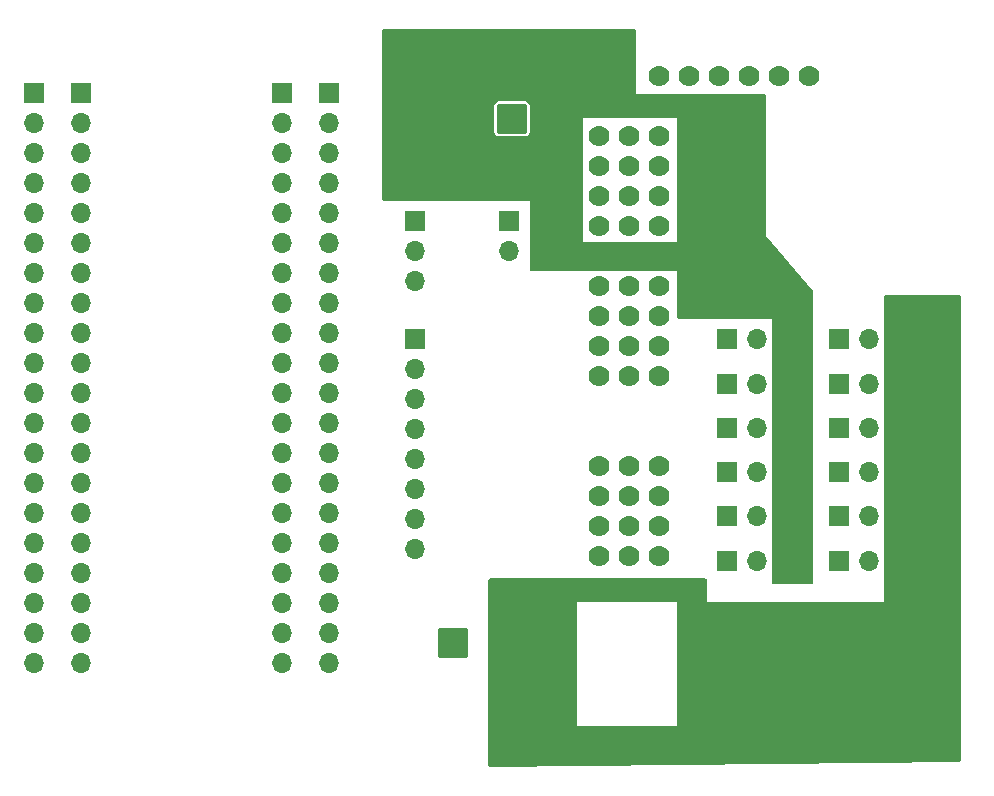
<source format=gbr>
%TF.GenerationSoftware,KiCad,Pcbnew,9.0.0*%
%TF.CreationDate,2025-03-26T16:22:17-04:00*%
%TF.ProjectId,spotmicro17mm,73706f74-6d69-4637-926f-31376d6d2e6b,rev?*%
%TF.SameCoordinates,Original*%
%TF.FileFunction,Copper,L2,Inr*%
%TF.FilePolarity,Positive*%
%FSLAX46Y46*%
G04 Gerber Fmt 4.6, Leading zero omitted, Abs format (unit mm)*
G04 Created by KiCad (PCBNEW 9.0.0) date 2025-03-26 16:22:17*
%MOMM*%
%LPD*%
G01*
G04 APERTURE LIST*
G04 Aperture macros list*
%AMRoundRect*
0 Rectangle with rounded corners*
0 $1 Rounding radius*
0 $2 $3 $4 $5 $6 $7 $8 $9 X,Y pos of 4 corners*
0 Add a 4 corners polygon primitive as box body*
4,1,4,$2,$3,$4,$5,$6,$7,$8,$9,$2,$3,0*
0 Add four circle primitives for the rounded corners*
1,1,$1+$1,$2,$3*
1,1,$1+$1,$4,$5*
1,1,$1+$1,$6,$7*
1,1,$1+$1,$8,$9*
0 Add four rect primitives between the rounded corners*
20,1,$1+$1,$2,$3,$4,$5,0*
20,1,$1+$1,$4,$5,$6,$7,0*
20,1,$1+$1,$6,$7,$8,$9,0*
20,1,$1+$1,$8,$9,$2,$3,0*%
G04 Aperture macros list end*
%TA.AperFunction,ComponentPad*%
%ADD10R,1.700000X1.700000*%
%TD*%
%TA.AperFunction,ComponentPad*%
%ADD11O,1.700000X1.700000*%
%TD*%
%TA.AperFunction,ComponentPad*%
%ADD12RoundRect,0.250000X1.050000X1.050000X-1.050000X1.050000X-1.050000X-1.050000X1.050000X-1.050000X0*%
%TD*%
%TA.AperFunction,ComponentPad*%
%ADD13C,2.600000*%
%TD*%
%TA.AperFunction,ComponentPad*%
%ADD14RoundRect,0.250000X-1.050000X-1.050000X1.050000X-1.050000X1.050000X1.050000X-1.050000X1.050000X0*%
%TD*%
%TA.AperFunction,ComponentPad*%
%ADD15C,1.778000*%
%TD*%
%TA.AperFunction,Conductor*%
%ADD16C,1.700000*%
%TD*%
G04 APERTURE END LIST*
D10*
%TO.N,/PWM-7*%
%TO.C,J9*%
X146170000Y-88000000D03*
D11*
%TO.N,/S2-PWR*%
X148710000Y-88000000D03*
%TO.N,/S2-GND*%
X151250000Y-88000000D03*
%TD*%
D10*
%TO.N,/ESP-32Pin*%
%TO.C,J14*%
X91500000Y-63360000D03*
D11*
X91500000Y-65900000D03*
X91500000Y-68440000D03*
X91500000Y-70980000D03*
X91500000Y-73520000D03*
X91500000Y-76060000D03*
X91500000Y-78600000D03*
X91500000Y-81140000D03*
X91500000Y-83680000D03*
X91500000Y-86220000D03*
X91500000Y-88760000D03*
X91500000Y-91300000D03*
X91500000Y-93840000D03*
X91500000Y-96380000D03*
X91500000Y-98920000D03*
X91500000Y-101460000D03*
X91500000Y-104000000D03*
X91500000Y-106540000D03*
X91500000Y-109080000D03*
X91500000Y-111620000D03*
%TD*%
D10*
%TO.N,/PWM-4*%
%TO.C,J6*%
X155670000Y-99250000D03*
D11*
%TO.N,/S1-PWR*%
X158210000Y-99250000D03*
%TO.N,/S1-GND*%
X160750000Y-99250000D03*
%TD*%
D10*
%TO.N,/Global SCL*%
%TO.C,J18*%
X127750000Y-74250000D03*
D11*
%TO.N,/Global SDA*%
X127750000Y-76790000D03*
%TD*%
D12*
%TO.N,/S2-PWR*%
%TO.C,J21*%
X127993453Y-65577500D03*
D13*
%TO.N,/S2-GND*%
X122993453Y-65577500D03*
%TD*%
D10*
%TO.N,/PWM-2*%
%TO.C,J4*%
X155670000Y-91750000D03*
D11*
%TO.N,/S1-PWR*%
X158210000Y-91750000D03*
%TO.N,/S1-GND*%
X160750000Y-91750000D03*
%TD*%
D10*
%TO.N,/ESP-32Pin*%
%TO.C,J17*%
X112500000Y-63400000D03*
D11*
X112500000Y-65940000D03*
X112500000Y-68480000D03*
X112500000Y-71020000D03*
X112500000Y-73560000D03*
X112500000Y-76100000D03*
X112500000Y-78640000D03*
X112500000Y-81180000D03*
X112500000Y-83720000D03*
X112500000Y-86260000D03*
X112500000Y-88800000D03*
X112500000Y-91340000D03*
X112500000Y-93880000D03*
X112500000Y-96420000D03*
X112500000Y-98960000D03*
X112500000Y-101500000D03*
X112500000Y-104040000D03*
X112500000Y-106580000D03*
X112500000Y-109120000D03*
X112500000Y-111660000D03*
%TD*%
D10*
%TO.N,/PWM-11*%
%TO.C,J13*%
X146170000Y-103000000D03*
D11*
%TO.N,/S2-PWR*%
X148710000Y-103000000D03*
%TO.N,/S2-GND*%
X151250000Y-103000000D03*
%TD*%
D10*
%TO.N,/PWM-1*%
%TO.C,J3*%
X155670000Y-88000000D03*
D11*
%TO.N,/S1-PWR*%
X158210000Y-88000000D03*
%TO.N,/S1-GND*%
X160750000Y-88000000D03*
%TD*%
D10*
%TO.N,/ESP-32Pin*%
%TO.C,J15*%
X108500000Y-63400000D03*
D11*
X108500000Y-65940000D03*
X108500000Y-68480000D03*
X108500000Y-71020000D03*
X108500000Y-73560000D03*
X108500000Y-76100000D03*
X108500000Y-78640000D03*
X108500000Y-81180000D03*
X108500000Y-83720000D03*
X108500000Y-86260000D03*
X108500000Y-88800000D03*
X108500000Y-91340000D03*
X108500000Y-93880000D03*
X108500000Y-96420000D03*
X108500000Y-98960000D03*
X108500000Y-101500000D03*
X108500000Y-104040000D03*
X108500000Y-106580000D03*
X108500000Y-109120000D03*
X108500000Y-111660000D03*
%TD*%
D10*
%TO.N,/PWM-9*%
%TO.C,J11*%
X146170000Y-95500000D03*
D11*
%TO.N,/S2-PWR*%
X148710000Y-95500000D03*
%TO.N,/S2-GND*%
X151250000Y-95500000D03*
%TD*%
D14*
%TO.N,/S1-PWR*%
%TO.C,J1*%
X123000000Y-110000000D03*
D13*
%TO.N,/S1-GND*%
X128000000Y-110000000D03*
%TD*%
D10*
%TO.N,/ESP-32Pin*%
%TO.C,J16*%
X87500000Y-63360000D03*
D11*
X87500000Y-65900000D03*
X87500000Y-68440000D03*
X87500000Y-70980000D03*
X87500000Y-73520000D03*
X87500000Y-76060000D03*
X87500000Y-78600000D03*
X87500000Y-81140000D03*
X87500000Y-83680000D03*
X87500000Y-86220000D03*
X87500000Y-88760000D03*
X87500000Y-91300000D03*
X87500000Y-93840000D03*
X87500000Y-96380000D03*
X87500000Y-98920000D03*
X87500000Y-101460000D03*
X87500000Y-104000000D03*
X87500000Y-106540000D03*
X87500000Y-109080000D03*
X87500000Y-111620000D03*
%TD*%
D10*
%TO.N,/PWM-6*%
%TO.C,J8*%
X146170000Y-84250000D03*
D11*
%TO.N,/S2-PWR*%
X148710000Y-84250000D03*
%TO.N,/S2-GND*%
X151250000Y-84250000D03*
%TD*%
D10*
%TO.N,/PWM-3*%
%TO.C,J5*%
X155670000Y-95500000D03*
D11*
%TO.N,/S1-PWR*%
X158210000Y-95500000D03*
%TO.N,/S1-GND*%
X160750000Y-95500000D03*
%TD*%
D10*
%TO.N,/PWM-8*%
%TO.C,J10*%
X146170000Y-91750000D03*
D11*
%TO.N,/S2-PWR*%
X148710000Y-91750000D03*
%TO.N,/S2-GND*%
X151250000Y-91750000D03*
%TD*%
D10*
%TO.N,/ESP32-3v3*%
%TO.C,J20*%
X119800000Y-84260000D03*
D11*
%TO.N,/ESP32-GND*%
X119800000Y-86800000D03*
%TO.N,/Global SCL*%
X119800000Y-89340000D03*
%TO.N,/Global SDA*%
X119800000Y-91880000D03*
%TO.N,unconnected-(J20-Pin_5-Pad5)*%
X119800000Y-94420000D03*
%TO.N,unconnected-(J20-Pin_6-Pad6)*%
X119800000Y-96960000D03*
%TO.N,unconnected-(J20-Pin_7-Pad7)*%
X119800000Y-99500000D03*
%TO.N,unconnected-(J20-Pin_8-Pad8)*%
X119800000Y-102040000D03*
%TD*%
D10*
%TO.N,/PWM-10*%
%TO.C,J12*%
X146170000Y-99250000D03*
D11*
%TO.N,/S2-PWR*%
X148710000Y-99250000D03*
%TO.N,/S2-GND*%
X151250000Y-99250000D03*
%TD*%
D10*
%TO.N,/ESP32-GND*%
%TO.C,J19*%
X119750000Y-74210000D03*
D11*
%TO.N,/ESP32-3v3*%
X119750000Y-76750000D03*
%TO.N,/ESP32-5v*%
X119750000Y-79290000D03*
%TD*%
D10*
%TO.N,/PWM-5*%
%TO.C,J7*%
X155670000Y-103000000D03*
D11*
%TO.N,/S1-PWR*%
X158210000Y-103000000D03*
%TO.N,/S1-GND*%
X160750000Y-103000000D03*
%TD*%
D15*
%TO.N,/PWM-0*%
%TO.C,U2*%
X140440000Y-67050000D03*
%TO.N,/PWM-1*%
X140440000Y-69590000D03*
%TO.N,/PWM-2*%
X140440000Y-72130000D03*
%TO.N,/PWM-3*%
X140440000Y-74670000D03*
%TO.N,/PWM-4*%
X140440000Y-79750000D03*
%TO.N,/PWM-5*%
X140440000Y-82290000D03*
%TO.N,/PWM-6*%
X140440000Y-84830000D03*
%TO.N,/PWM-7*%
X140440000Y-87370000D03*
%TO.N,/PWM-8*%
X140440000Y-94990000D03*
%TO.N,/PWM-9*%
X140440000Y-97530000D03*
%TO.N,/PWM-10*%
X140440000Y-100070000D03*
%TO.N,/PWM-11*%
X140440000Y-102610000D03*
%TO.N,/ESP32-GND*%
X153140000Y-61970000D03*
%TO.N,N/C*%
X135360000Y-67050000D03*
X135360000Y-69590000D03*
X135360000Y-72130000D03*
X135360000Y-74670000D03*
X135360000Y-79750000D03*
X135360000Y-82290000D03*
X135360000Y-84830000D03*
X135360000Y-87370000D03*
X135360000Y-94990000D03*
X135360000Y-97530000D03*
X135360000Y-100070000D03*
X135360000Y-102610000D03*
X150600000Y-61970000D03*
%TO.N,/Global SCL*%
X148060000Y-61970000D03*
%TO.N,/Global SDA*%
X145520000Y-61970000D03*
%TO.N,unconnected-(U2-V+-PadV+_1)*%
X140440000Y-61970000D03*
%TO.N,N/C*%
X137900000Y-67050000D03*
X137900000Y-69590000D03*
X137900000Y-72130000D03*
X137900000Y-74670000D03*
X137900000Y-79750000D03*
X137900000Y-82290000D03*
X137900000Y-84830000D03*
X137900000Y-87370000D03*
X137900000Y-94990000D03*
X137900000Y-97530000D03*
X137900000Y-100070000D03*
X137900000Y-102610000D03*
%TO.N,/ESP32-5v*%
X142980000Y-61970000D03*
%TD*%
D10*
%TO.N,/PWM-0*%
%TO.C,J2*%
X155670000Y-84250000D03*
D11*
%TO.N,/S1-PWR*%
X158210000Y-84250000D03*
%TO.N,/S1-GND*%
X160750000Y-84250000D03*
%TD*%
D16*
%TO.N,/S1-GND*%
X160750000Y-103000000D02*
X160750000Y-95500000D01*
X128000000Y-110000000D02*
X128000000Y-115000000D01*
X160750000Y-110750000D02*
X160750000Y-103000000D01*
X128000000Y-115000000D02*
X131500000Y-118500000D01*
X160750000Y-103000000D02*
X160750000Y-99250000D01*
X131500000Y-118500000D02*
X153000000Y-118500000D01*
X160750000Y-84250000D02*
X160750000Y-88000000D01*
X160750000Y-91750000D02*
X160750000Y-95500000D01*
X153000000Y-118500000D02*
X160750000Y-110750000D01*
X160750000Y-91750000D02*
X160750000Y-88000000D01*
%TO.N,/S2-GND*%
X151250000Y-91750000D02*
X151250000Y-95500000D01*
X142500000Y-64500000D02*
X146500000Y-68500000D01*
X133000000Y-61000000D02*
X136500000Y-64500000D01*
X147000000Y-78500000D02*
X149500000Y-78500000D01*
X151250000Y-95500000D02*
X151250000Y-99250000D01*
X151250000Y-99250000D02*
X151250000Y-103000000D01*
X125000000Y-61000000D02*
X133000000Y-61000000D01*
X151250000Y-88000000D02*
X151250000Y-91750000D01*
X151250000Y-84250000D02*
X151250000Y-88000000D01*
X122993453Y-63006547D02*
X125000000Y-61000000D01*
X122993453Y-65577500D02*
X122993453Y-63006547D01*
X146500000Y-78000000D02*
X147000000Y-78500000D01*
X146500000Y-68500000D02*
X146500000Y-78000000D01*
X149500000Y-78500000D02*
X151250000Y-80250000D01*
X151250000Y-80250000D02*
X151250000Y-84250000D01*
X136500000Y-64500000D02*
X142500000Y-64500000D01*
%TD*%
%TA.AperFunction,Conductor*%
%TO.N,/S2-GND*%
G36*
X134000000Y-76000000D02*
G01*
X142000000Y-76000000D01*
X142000000Y-78500000D01*
X129624000Y-78500000D01*
X129556961Y-78480315D01*
X129511206Y-78427511D01*
X129500000Y-78376000D01*
X129500000Y-72500000D01*
X134000000Y-72500000D01*
X134000000Y-76000000D01*
G37*
%TD.AperFunction*%
%TD*%
%TA.AperFunction,Conductor*%
%TO.N,/S2-GND*%
G36*
X138443039Y-58019685D02*
G01*
X138488794Y-58072489D01*
X138500000Y-58124000D01*
X138500000Y-63500000D01*
X149376000Y-63500000D01*
X149443039Y-63519685D01*
X149488794Y-63572489D01*
X149500000Y-63624000D01*
X149500000Y-71657949D01*
X149499684Y-71666789D01*
X149495024Y-71731977D01*
X149495024Y-71731992D01*
X149495047Y-72269008D01*
X149499684Y-72333789D01*
X149500000Y-72342641D01*
X149500000Y-75500000D01*
X153470148Y-80131839D01*
X153498831Y-80195549D01*
X153500000Y-80212536D01*
X153500000Y-104876000D01*
X153480315Y-104943039D01*
X153427511Y-104988794D01*
X153376000Y-105000000D01*
X150124000Y-105000000D01*
X150056961Y-104980315D01*
X150011206Y-104927511D01*
X150000000Y-104876000D01*
X150000000Y-82500000D01*
X142124000Y-82500000D01*
X142056961Y-82480315D01*
X142011206Y-82427511D01*
X142000000Y-82376000D01*
X142000000Y-78500000D01*
X142000000Y-65500000D01*
X134000000Y-65500000D01*
X134000000Y-72500000D01*
X117124000Y-72500000D01*
X117056961Y-72480315D01*
X117011206Y-72427511D01*
X117000000Y-72376000D01*
X117000000Y-64473230D01*
X126492953Y-64473230D01*
X126492953Y-66681769D01*
X126495806Y-66712199D01*
X126495806Y-66712201D01*
X126524736Y-66794875D01*
X126540660Y-66840382D01*
X126621303Y-66949650D01*
X126730571Y-67030293D01*
X126773298Y-67045244D01*
X126858752Y-67075146D01*
X126889183Y-67078000D01*
X126889187Y-67078000D01*
X129097723Y-67078000D01*
X129128152Y-67075146D01*
X129128154Y-67075146D01*
X129192243Y-67052719D01*
X129256335Y-67030293D01*
X129365603Y-66949650D01*
X129446246Y-66840382D01*
X129468672Y-66776290D01*
X129491099Y-66712201D01*
X129491099Y-66712199D01*
X129493953Y-66681769D01*
X129493953Y-64473230D01*
X129491099Y-64442800D01*
X129491099Y-64442798D01*
X129446246Y-64314619D01*
X129446245Y-64314617D01*
X129365603Y-64205350D01*
X129256335Y-64124707D01*
X129256333Y-64124706D01*
X129128153Y-64079853D01*
X129097723Y-64077000D01*
X129097719Y-64077000D01*
X126889187Y-64077000D01*
X126889183Y-64077000D01*
X126858753Y-64079853D01*
X126858751Y-64079853D01*
X126730572Y-64124706D01*
X126730570Y-64124707D01*
X126621303Y-64205350D01*
X126540660Y-64314617D01*
X126540659Y-64314619D01*
X126495806Y-64442798D01*
X126495806Y-64442800D01*
X126492953Y-64473230D01*
X117000000Y-64473230D01*
X117000000Y-58124000D01*
X117019685Y-58056961D01*
X117072489Y-58011206D01*
X117124000Y-58000000D01*
X138376000Y-58000000D01*
X138443039Y-58019685D01*
G37*
%TD.AperFunction*%
%TD*%
%TA.AperFunction,Conductor*%
%TO.N,/S1-GND*%
G36*
X144443039Y-104519685D02*
G01*
X144488794Y-104572489D01*
X144500000Y-104624000D01*
X144500000Y-106500000D01*
X133500000Y-106500000D01*
X133500000Y-104500000D01*
X144376000Y-104500000D01*
X144443039Y-104519685D01*
G37*
%TD.AperFunction*%
%TD*%
%TA.AperFunction,Conductor*%
%TO.N,/S1-GND*%
G36*
X165943039Y-80519685D02*
G01*
X165988794Y-80572489D01*
X166000000Y-80624000D01*
X166000000Y-119877433D01*
X165980315Y-119944472D01*
X165927511Y-119990227D01*
X165877442Y-120001425D01*
X126125442Y-120463658D01*
X126058178Y-120444754D01*
X126011812Y-120392485D01*
X126000000Y-120339666D01*
X126000000Y-104624000D01*
X126019685Y-104556961D01*
X126072489Y-104511206D01*
X126124000Y-104500000D01*
X133500000Y-104500000D01*
X133500000Y-117000000D01*
X142000000Y-117000000D01*
X142000000Y-106500000D01*
X159500000Y-106500000D01*
X159500000Y-80624000D01*
X159519685Y-80556961D01*
X159572489Y-80511206D01*
X159624000Y-80500000D01*
X165876000Y-80500000D01*
X165943039Y-80519685D01*
G37*
%TD.AperFunction*%
%TD*%
M02*

</source>
